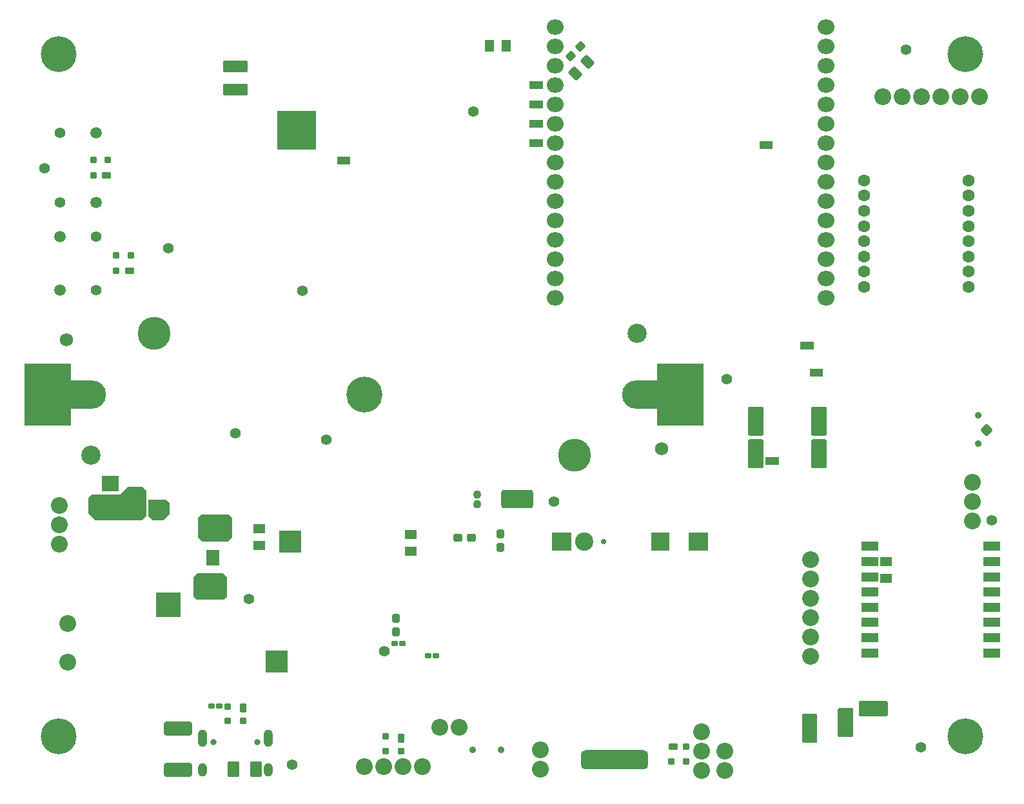
<source format=gbs>
G04*
G04 #@! TF.GenerationSoftware,Altium Limited,Altium Designer,20.0.9 (164)*
G04*
G04 Layer_Color=16711935*
%FSLAX25Y25*%
%MOIN*%
G70*
G01*
G75*
%ADD37R,0.29921X0.09941*%
%ADD38R,0.34934X0.04921*%
G04:AMPARAMS|DCode=63|XSize=47.37mil|YSize=35.56mil|CornerRadius=6.76mil|HoleSize=0mil|Usage=FLASHONLY|Rotation=270.000|XOffset=0mil|YOffset=0mil|HoleType=Round|Shape=RoundedRectangle|*
%AMROUNDEDRECTD63*
21,1,0.04737,0.02205,0,0,270.0*
21,1,0.03386,0.03556,0,0,270.0*
1,1,0.01351,-0.01102,-0.01693*
1,1,0.01351,-0.01102,0.01693*
1,1,0.01351,0.01102,0.01693*
1,1,0.01351,0.01102,-0.01693*
%
%ADD63ROUNDEDRECTD63*%
G04:AMPARAMS|DCode=64|XSize=31.62mil|YSize=35.56mil|CornerRadius=6.36mil|HoleSize=0mil|Usage=FLASHONLY|Rotation=270.000|XOffset=0mil|YOffset=0mil|HoleType=Round|Shape=RoundedRectangle|*
%AMROUNDEDRECTD64*
21,1,0.03162,0.02284,0,0,270.0*
21,1,0.01890,0.03556,0,0,270.0*
1,1,0.01272,-0.01142,-0.00945*
1,1,0.01272,-0.01142,0.00945*
1,1,0.01272,0.01142,0.00945*
1,1,0.01272,0.01142,-0.00945*
%
%ADD64ROUNDEDRECTD64*%
G04:AMPARAMS|DCode=74|XSize=47.37mil|YSize=47.37mil|CornerRadius=7.94mil|HoleSize=0mil|Usage=FLASHONLY|Rotation=225.000|XOffset=0mil|YOffset=0mil|HoleType=Round|Shape=RoundedRectangle|*
%AMROUNDEDRECTD74*
21,1,0.04737,0.03150,0,0,225.0*
21,1,0.03150,0.04737,0,0,225.0*
1,1,0.01587,-0.02227,0.00000*
1,1,0.01587,0.00000,0.02227*
1,1,0.01587,0.02227,0.00000*
1,1,0.01587,0.00000,-0.02227*
%
%ADD74ROUNDEDRECTD74*%
G04:AMPARAMS|DCode=76|XSize=39.5mil|YSize=43.43mil|CornerRadius=7.15mil|HoleSize=0mil|Usage=FLASHONLY|Rotation=270.000|XOffset=0mil|YOffset=0mil|HoleType=Round|Shape=RoundedRectangle|*
%AMROUNDEDRECTD76*
21,1,0.03950,0.02913,0,0,270.0*
21,1,0.02520,0.04343,0,0,270.0*
1,1,0.01430,-0.01457,-0.01260*
1,1,0.01430,-0.01457,0.01260*
1,1,0.01430,0.01457,0.01260*
1,1,0.01430,0.01457,-0.01260*
%
%ADD76ROUNDEDRECTD76*%
%ADD93R,0.01981X0.01981*%
%ADD95R,0.01981X0.01981*%
G04:AMPARAMS|DCode=112|XSize=60.76mil|YSize=126.9mil|CornerRadius=9.28mil|HoleSize=0mil|Usage=FLASHONLY|Rotation=270.000|XOffset=0mil|YOffset=0mil|HoleType=Round|Shape=RoundedRectangle|*
%AMROUNDEDRECTD112*
21,1,0.06076,0.10835,0,0,270.0*
21,1,0.04221,0.12690,0,0,270.0*
1,1,0.01855,-0.05417,-0.02110*
1,1,0.01855,-0.05417,0.02110*
1,1,0.01855,0.05417,0.02110*
1,1,0.01855,0.05417,-0.02110*
%
%ADD112ROUNDEDRECTD112*%
G04:AMPARAMS|DCode=113|XSize=63.12mil|YSize=47.37mil|CornerRadius=7.94mil|HoleSize=0mil|Usage=FLASHONLY|Rotation=270.000|XOffset=0mil|YOffset=0mil|HoleType=Round|Shape=RoundedRectangle|*
%AMROUNDEDRECTD113*
21,1,0.06312,0.03150,0,0,270.0*
21,1,0.04724,0.04737,0,0,270.0*
1,1,0.01587,-0.01575,-0.02362*
1,1,0.01587,-0.01575,0.02362*
1,1,0.01587,0.01575,0.02362*
1,1,0.01587,0.01575,-0.02362*
%
%ADD113ROUNDEDRECTD113*%
G04:AMPARAMS|DCode=114|XSize=63.12mil|YSize=47.37mil|CornerRadius=7.94mil|HoleSize=0mil|Usage=FLASHONLY|Rotation=180.000|XOffset=0mil|YOffset=0mil|HoleType=Round|Shape=RoundedRectangle|*
%AMROUNDEDRECTD114*
21,1,0.06312,0.03150,0,0,180.0*
21,1,0.04724,0.04737,0,0,180.0*
1,1,0.01587,-0.02362,0.01575*
1,1,0.01587,0.02362,0.01575*
1,1,0.01587,0.02362,-0.01575*
1,1,0.01587,-0.02362,-0.01575*
%
%ADD114ROUNDEDRECTD114*%
G04:AMPARAMS|DCode=115|XSize=39.5mil|YSize=43.43mil|CornerRadius=7.15mil|HoleSize=0mil|Usage=FLASHONLY|Rotation=0.000|XOffset=0mil|YOffset=0mil|HoleType=Round|Shape=RoundedRectangle|*
%AMROUNDEDRECTD115*
21,1,0.03950,0.02913,0,0,0.0*
21,1,0.02520,0.04343,0,0,0.0*
1,1,0.01430,0.01260,-0.01457*
1,1,0.01430,-0.01260,-0.01457*
1,1,0.01430,-0.01260,0.01457*
1,1,0.01430,0.01260,0.01457*
%
%ADD115ROUNDEDRECTD115*%
G04:AMPARAMS|DCode=116|XSize=27.69mil|YSize=31.62mil|CornerRadius=5.97mil|HoleSize=0mil|Usage=FLASHONLY|Rotation=90.000|XOffset=0mil|YOffset=0mil|HoleType=Round|Shape=RoundedRectangle|*
%AMROUNDEDRECTD116*
21,1,0.02769,0.01968,0,0,90.0*
21,1,0.01575,0.03162,0,0,90.0*
1,1,0.01194,0.00984,0.00787*
1,1,0.01194,0.00984,-0.00787*
1,1,0.01194,-0.00984,-0.00787*
1,1,0.01194,-0.00984,0.00787*
%
%ADD116ROUNDEDRECTD116*%
%ADD128R,0.02375X0.03950*%
%ADD138C,0.08674*%
%ADD139O,0.04737X0.09068*%
%ADD140O,0.04737X0.07099*%
%ADD141C,0.03150*%
%ADD142C,0.06800*%
%ADD143C,0.14580*%
%ADD144C,0.17024*%
%ADD145C,0.09937*%
%ADD146C,0.18598*%
%ADD147C,0.05906*%
%ADD148C,0.05512*%
%ADD149C,0.05524*%
%ADD150C,0.04934*%
%ADD151C,0.04343*%
%ADD152C,0.03556*%
%ADD153O,0.08674X0.07887*%
%ADD154C,0.18517*%
%ADD155R,0.09461X0.09461*%
%ADD156C,0.09461*%
%ADD157C,0.02769*%
%ADD158R,0.08674X0.04737*%
%ADD159C,0.06312*%
%ADD304R,0.09843X0.10236*%
%ADD305R,0.19980X0.19980*%
%ADD306R,0.11811X0.11811*%
%ADD307R,0.06791X0.07972*%
%ADD308R,0.09153X0.08071*%
%ADD309R,0.13386X0.11417*%
%ADD310R,0.12598X0.12598*%
G04:AMPARAMS|DCode=311|XSize=31.62mil|YSize=35.56mil|CornerRadius=6.36mil|HoleSize=0mil|Usage=FLASHONLY|Rotation=180.000|XOffset=0mil|YOffset=0mil|HoleType=Round|Shape=RoundedRectangle|*
%AMROUNDEDRECTD311*
21,1,0.03162,0.02284,0,0,180.0*
21,1,0.01890,0.03556,0,0,180.0*
1,1,0.01272,-0.00945,0.01142*
1,1,0.01272,0.00945,0.01142*
1,1,0.01272,0.00945,-0.01142*
1,1,0.01272,-0.00945,-0.01142*
%
%ADD311ROUNDEDRECTD311*%
G04:AMPARAMS|DCode=312|XSize=47.37mil|YSize=35.56mil|CornerRadius=6.76mil|HoleSize=0mil|Usage=FLASHONLY|Rotation=180.000|XOffset=0mil|YOffset=0mil|HoleType=Round|Shape=RoundedRectangle|*
%AMROUNDEDRECTD312*
21,1,0.04737,0.02205,0,0,180.0*
21,1,0.03386,0.03556,0,0,180.0*
1,1,0.01351,-0.01693,0.01102*
1,1,0.01351,0.01693,0.01102*
1,1,0.01351,0.01693,-0.01102*
1,1,0.01351,-0.01693,-0.01102*
%
%ADD312ROUNDEDRECTD312*%
G04:AMPARAMS|DCode=313|XSize=145.8mil|YSize=322.96mil|CornerRadius=72.9mil|HoleSize=0mil|Usage=FLASHONLY|Rotation=270.000|XOffset=0mil|YOffset=0mil|HoleType=Round|Shape=RoundedRectangle|*
%AMROUNDEDRECTD313*
21,1,0.14580,0.17717,0,0,270.0*
21,1,0.00000,0.32296,0,0,270.0*
1,1,0.14580,-0.08858,0.00000*
1,1,0.14580,-0.08858,0.00000*
1,1,0.14580,0.08858,0.00000*
1,1,0.14580,0.08858,0.00000*
%
%ADD313ROUNDEDRECTD313*%
%ADD314R,0.24422X0.32296*%
G04:AMPARAMS|DCode=315|XSize=63.12mil|YSize=47.37mil|CornerRadius=7.94mil|HoleSize=0mil|Usage=FLASHONLY|Rotation=135.000|XOffset=0mil|YOffset=0mil|HoleType=Round|Shape=RoundedRectangle|*
%AMROUNDEDRECTD315*
21,1,0.06312,0.03150,0,0,135.0*
21,1,0.04724,0.04737,0,0,135.0*
1,1,0.01587,-0.00557,0.02784*
1,1,0.01587,0.02784,-0.00557*
1,1,0.01587,0.00557,-0.02784*
1,1,0.01587,-0.02784,0.00557*
%
%ADD315ROUNDEDRECTD315*%
G04:AMPARAMS|DCode=316|XSize=39.5mil|YSize=43.43mil|CornerRadius=7.15mil|HoleSize=0mil|Usage=FLASHONLY|Rotation=135.000|XOffset=0mil|YOffset=0mil|HoleType=Round|Shape=RoundedRectangle|*
%AMROUNDEDRECTD316*
21,1,0.03950,0.02913,0,0,135.0*
21,1,0.02520,0.04343,0,0,135.0*
1,1,0.01430,0.00139,0.01921*
1,1,0.01430,0.01921,0.00139*
1,1,0.01430,-0.00139,-0.01921*
1,1,0.01430,-0.01921,-0.00139*
%
%ADD316ROUNDEDRECTD316*%
G04:AMPARAMS|DCode=317|XSize=165.48mil|YSize=94.61mil|CornerRadius=12.66mil|HoleSize=0mil|Usage=FLASHONLY|Rotation=180.000|XOffset=0mil|YOffset=0mil|HoleType=Round|Shape=RoundedRectangle|*
%AMROUNDEDRECTD317*
21,1,0.16548,0.06929,0,0,180.0*
21,1,0.14016,0.09461,0,0,180.0*
1,1,0.02532,-0.07008,0.03465*
1,1,0.02532,0.07008,0.03465*
1,1,0.02532,0.07008,-0.03465*
1,1,0.02532,-0.07008,-0.03465*
%
%ADD317ROUNDEDRECTD317*%
G04:AMPARAMS|DCode=318|XSize=78.87mil|YSize=63.12mil|CornerRadius=9.51mil|HoleSize=0mil|Usage=FLASHONLY|Rotation=90.000|XOffset=0mil|YOffset=0mil|HoleType=Round|Shape=RoundedRectangle|*
%AMROUNDEDRECTD318*
21,1,0.07887,0.04409,0,0,90.0*
21,1,0.05984,0.06312,0,0,90.0*
1,1,0.01902,0.02205,0.02992*
1,1,0.01902,0.02205,-0.02992*
1,1,0.01902,-0.02205,-0.02992*
1,1,0.01902,-0.02205,0.02992*
%
%ADD318ROUNDEDRECTD318*%
G04:AMPARAMS|DCode=319|XSize=145.8mil|YSize=70.99mil|CornerRadius=10.3mil|HoleSize=0mil|Usage=FLASHONLY|Rotation=0.000|XOffset=0mil|YOffset=0mil|HoleType=Round|Shape=RoundedRectangle|*
%AMROUNDEDRECTD319*
21,1,0.14580,0.05039,0,0,0.0*
21,1,0.12520,0.07099,0,0,0.0*
1,1,0.02060,0.06260,-0.02520*
1,1,0.02060,-0.06260,-0.02520*
1,1,0.02060,-0.06260,0.02520*
1,1,0.02060,0.06260,0.02520*
%
%ADD319ROUNDEDRECTD319*%
%ADD320R,0.10249X0.09461*%
G36*
X272244Y358476D02*
X268307D01*
Y362413D01*
X272244D01*
Y358476D01*
D02*
G37*
G36*
Y348476D02*
X268307D01*
Y352413D01*
X272244D01*
Y348476D01*
D02*
G37*
G36*
Y338476D02*
X268307D01*
Y342413D01*
X272244D01*
Y338476D01*
D02*
G37*
G36*
Y328445D02*
X268307D01*
Y332382D01*
X272244D01*
Y328445D01*
D02*
G37*
G36*
X391142Y327362D02*
X387205D01*
Y331299D01*
X391142D01*
Y327362D01*
D02*
G37*
G36*
X172835Y319409D02*
X168898D01*
Y323346D01*
X172835D01*
Y319409D01*
D02*
G37*
G36*
X412205Y223622D02*
X408268D01*
Y227559D01*
X412205D01*
Y223622D01*
D02*
G37*
G36*
X417126Y209842D02*
X413189D01*
Y213779D01*
X417126D01*
Y209842D01*
D02*
G37*
G36*
X387085Y194092D02*
X387162Y194080D01*
X387237Y194062D01*
X387310Y194035D01*
X387380Y194002D01*
X387446Y193963D01*
X387508Y193916D01*
X387565Y193865D01*
X387617Y193807D01*
X387663Y193745D01*
X387703Y193679D01*
X387736Y193609D01*
X387762Y193536D01*
X387781Y193461D01*
X387792Y193384D01*
X387796Y193307D01*
Y191732D01*
X387795Y191713D01*
Y190170D01*
X387796Y190157D01*
Y190157D01*
Y190157D01*
X387796Y186614D01*
X387795Y186606D01*
Y185059D01*
X387796Y185039D01*
Y179921D01*
X387792Y179844D01*
X387781Y179768D01*
X387762Y179692D01*
X387736Y179620D01*
X387703Y179550D01*
X387663Y179483D01*
X387617Y179421D01*
X387565Y179364D01*
X387508Y179312D01*
X387446Y179266D01*
X387380Y179226D01*
X387310Y179193D01*
X387237Y179167D01*
X387162Y179148D01*
X387085Y179137D01*
X387008Y179133D01*
X380709D01*
X380631Y179137D01*
X380555Y179148D01*
X380480Y179167D01*
X380407Y179193D01*
X380337Y179226D01*
X380271Y179266D01*
X380208Y179312D01*
X380151Y179364D01*
X380099Y179421D01*
X380053Y179483D01*
X380013Y179550D01*
X379980Y179620D01*
X379954Y179692D01*
X379936Y179768D01*
X379924Y179844D01*
X379920Y179921D01*
Y185039D01*
X379921Y185059D01*
Y186592D01*
X379920Y186614D01*
Y186614D01*
Y186614D01*
X379920Y190157D01*
D01*
D01*
Y190157D01*
X379921Y190181D01*
Y191713D01*
X379920Y191732D01*
Y193307D01*
X379924Y193384D01*
X379936Y193461D01*
X379954Y193536D01*
X379980Y193609D01*
X380013Y193679D01*
X380053Y193745D01*
X380099Y193807D01*
X380151Y193865D01*
X380208Y193916D01*
X380271Y193963D01*
X380337Y194002D01*
X380407Y194035D01*
X380480Y194062D01*
X380555Y194080D01*
X380631Y194092D01*
X380709Y194095D01*
X387008D01*
X387085Y194092D01*
D02*
G37*
G36*
X419762Y194092D02*
X419839Y194080D01*
X419914Y194062D01*
X419987Y194035D01*
X420057Y194002D01*
X420123Y193963D01*
X420185Y193916D01*
X420243Y193865D01*
X420294Y193807D01*
X420340Y193745D01*
X420380Y193679D01*
X420413Y193609D01*
X420439Y193536D01*
X420458Y193461D01*
X420470Y193384D01*
X420473Y193307D01*
Y191732D01*
X420472Y191713D01*
Y190170D01*
X420473Y190157D01*
Y190157D01*
Y190157D01*
X420473Y186614D01*
X420472Y186606D01*
Y185059D01*
X420473Y185039D01*
Y179921D01*
X420470Y179844D01*
X420458Y179768D01*
X420439Y179692D01*
X420413Y179620D01*
X420380Y179550D01*
X420340Y179483D01*
X420294Y179421D01*
X420243Y179364D01*
X420185Y179312D01*
X420123Y179266D01*
X420057Y179226D01*
X419987Y179193D01*
X419914Y179167D01*
X419839Y179148D01*
X419762Y179137D01*
X419685Y179133D01*
X413386D01*
X413309Y179137D01*
X413232Y179148D01*
X413157Y179167D01*
X413084Y179193D01*
X413014Y179226D01*
X412948Y179266D01*
X412886Y179312D01*
X412828Y179364D01*
X412776Y179421D01*
X412730Y179483D01*
X412691Y179550D01*
X412657Y179620D01*
X412631Y179692D01*
X412613Y179768D01*
X412601Y179844D01*
X412598Y179921D01*
Y185039D01*
X412598Y185059D01*
Y186592D01*
X412597Y186614D01*
Y186614D01*
Y186614D01*
X412597Y190157D01*
D01*
D01*
Y190157D01*
X412598Y190181D01*
Y191713D01*
X412598Y191732D01*
Y193307D01*
X412601Y193384D01*
X412613Y193461D01*
X412631Y193536D01*
X412657Y193609D01*
X412691Y193679D01*
X412730Y193745D01*
X412776Y193807D01*
X412828Y193865D01*
X412886Y193916D01*
X412948Y193963D01*
X413014Y194002D01*
X413084Y194035D01*
X413157Y194062D01*
X413232Y194080D01*
X413309Y194092D01*
X413386Y194095D01*
X419685D01*
X419762Y194092D01*
D02*
G37*
G36*
X394291Y163976D02*
X390354D01*
Y167913D01*
X394291D01*
Y163976D01*
D02*
G37*
G36*
X387085Y177261D02*
X387162Y177250D01*
X387237Y177231D01*
X387310Y177205D01*
X387380Y177172D01*
X387446Y177132D01*
X387508Y177086D01*
X387565Y177034D01*
X387617Y176977D01*
X387663Y176914D01*
X387703Y176848D01*
X387736Y176778D01*
X387762Y176705D01*
X387781Y176630D01*
X387792Y176554D01*
X387796Y176476D01*
Y174902D01*
X387795Y174882D01*
Y173339D01*
X387796Y173327D01*
Y173326D01*
Y173326D01*
X387796Y169783D01*
X387795Y169775D01*
Y168228D01*
X387796Y168209D01*
Y163091D01*
X387792Y163013D01*
X387781Y162937D01*
X387762Y162862D01*
X387736Y162789D01*
X387703Y162719D01*
X387663Y162653D01*
X387617Y162590D01*
X387565Y162533D01*
X387508Y162481D01*
X387446Y162435D01*
X387380Y162395D01*
X387310Y162362D01*
X387237Y162336D01*
X387162Y162317D01*
X387085Y162306D01*
X387008Y162302D01*
X380709D01*
X380631Y162306D01*
X380555Y162317D01*
X380480Y162336D01*
X380407Y162362D01*
X380337Y162395D01*
X380271Y162435D01*
X380208Y162481D01*
X380151Y162533D01*
X380099Y162590D01*
X380053Y162653D01*
X380013Y162719D01*
X379980Y162789D01*
X379954Y162862D01*
X379936Y162937D01*
X379924Y163013D01*
X379920Y163091D01*
Y168209D01*
X379921Y168228D01*
Y169762D01*
X379920Y169783D01*
Y169783D01*
Y169783D01*
X379920Y173326D01*
D01*
D01*
Y173326D01*
X379921Y173350D01*
Y174882D01*
X379920Y174902D01*
Y176476D01*
X379924Y176554D01*
X379936Y176630D01*
X379954Y176705D01*
X379980Y176778D01*
X380013Y176848D01*
X380053Y176914D01*
X380099Y176977D01*
X380151Y177034D01*
X380208Y177086D01*
X380271Y177132D01*
X380337Y177172D01*
X380407Y177205D01*
X380480Y177231D01*
X380555Y177250D01*
X380631Y177261D01*
X380709Y177265D01*
X387008D01*
X387085Y177261D01*
D02*
G37*
G36*
X419762Y177261D02*
X419839Y177250D01*
X419914Y177231D01*
X419987Y177205D01*
X420057Y177172D01*
X420123Y177132D01*
X420185Y177086D01*
X420243Y177034D01*
X420294Y176977D01*
X420340Y176914D01*
X420380Y176848D01*
X420413Y176778D01*
X420439Y176705D01*
X420458Y176630D01*
X420470Y176554D01*
X420473Y176476D01*
Y174902D01*
X420472Y174882D01*
Y173339D01*
X420473Y173327D01*
Y173326D01*
Y173326D01*
X420473Y169783D01*
X420472Y169775D01*
Y168228D01*
X420473Y168209D01*
Y163091D01*
X420470Y163013D01*
X420458Y162937D01*
X420439Y162862D01*
X420413Y162789D01*
X420380Y162719D01*
X420340Y162653D01*
X420294Y162590D01*
X420243Y162533D01*
X420185Y162481D01*
X420123Y162435D01*
X420057Y162395D01*
X419987Y162362D01*
X419914Y162336D01*
X419839Y162317D01*
X419762Y162306D01*
X419685Y162302D01*
X413386D01*
X413309Y162306D01*
X413232Y162317D01*
X413157Y162336D01*
X413084Y162362D01*
X413014Y162395D01*
X412948Y162435D01*
X412886Y162481D01*
X412828Y162533D01*
X412776Y162590D01*
X412730Y162653D01*
X412691Y162719D01*
X412657Y162789D01*
X412631Y162862D01*
X412613Y162937D01*
X412601Y163013D01*
X412598Y163091D01*
Y168209D01*
X412598Y168228D01*
Y169762D01*
X412597Y169783D01*
Y169783D01*
Y169783D01*
X412597Y173326D01*
D01*
D01*
Y173326D01*
X412598Y173350D01*
Y174882D01*
X412598Y174902D01*
Y176476D01*
X412601Y176554D01*
X412613Y176630D01*
X412631Y176705D01*
X412657Y176778D01*
X412691Y176848D01*
X412730Y176914D01*
X412776Y176977D01*
X412828Y177034D01*
X412886Y177086D01*
X412948Y177132D01*
X413014Y177172D01*
X413084Y177205D01*
X413157Y177231D01*
X413232Y177250D01*
X413309Y177261D01*
X413386Y177265D01*
X419685D01*
X419762Y177261D01*
D02*
G37*
G36*
X80709Y144488D02*
Y138386D01*
X77559Y135236D01*
X72146D01*
X69980Y137402D01*
Y146063D01*
X79134D01*
X80709Y144488D01*
D02*
G37*
G36*
X68701Y150591D02*
Y137500D01*
X66437Y135236D01*
X42421D01*
X38878Y138779D01*
Y147047D01*
X40650Y148819D01*
X55413D01*
X59350Y152756D01*
X66535D01*
X68701Y150591D01*
D02*
G37*
G36*
X113083Y136524D02*
Y126485D01*
X111016Y124418D01*
X106102Y124418D01*
X102650D01*
X97736Y124418D01*
X95669Y126485D01*
Y136524D01*
X97342Y138197D01*
X111410D01*
X113083Y136524D01*
D02*
G37*
G36*
X148721Y118602D02*
X137402D01*
Y130020D01*
X148721D01*
Y118602D01*
D02*
G37*
G36*
X108457Y107972D02*
X110524Y105905D01*
Y95866D01*
X108851Y94193D01*
X94784D01*
X93110Y95866D01*
Y105905D01*
X95177Y107972D01*
X100091Y107972D01*
X103543D01*
X108457Y107972D01*
D02*
G37*
G36*
X451357Y41926D02*
X451433Y41915D01*
X451508Y41896D01*
X451581Y41870D01*
X451651Y41837D01*
X451718Y41797D01*
X451780Y41751D01*
X451837Y41699D01*
X451889Y41642D01*
X451935Y41580D01*
X451975Y41513D01*
X452008Y41443D01*
X452034Y41371D01*
X452053Y41295D01*
X452064Y41219D01*
X452068Y41142D01*
Y34843D01*
X452064Y34765D01*
X452053Y34689D01*
X452034Y34614D01*
X452008Y34541D01*
X451975Y34471D01*
X451935Y34405D01*
X451889Y34342D01*
X451837Y34285D01*
X451780Y34233D01*
X451718Y34187D01*
X451651Y34147D01*
X451581Y34114D01*
X451508Y34088D01*
X451433Y34069D01*
X451357Y34058D01*
X451279Y34054D01*
X446161D01*
X446142Y34055D01*
X444608D01*
X444587Y34054D01*
X444587D01*
X444587D01*
X441044Y34054D01*
D01*
D01*
X441044D01*
X441020Y34055D01*
X439488D01*
X439468Y34054D01*
X437894D01*
X437816Y34058D01*
X437740Y34069D01*
X437665Y34088D01*
X437592Y34114D01*
X437522Y34147D01*
X437456Y34187D01*
X437394Y34233D01*
X437336Y34285D01*
X437284Y34342D01*
X437238Y34405D01*
X437198Y34471D01*
X437165Y34541D01*
X437139Y34614D01*
X437120Y34689D01*
X437109Y34765D01*
X437105Y34843D01*
Y41142D01*
X437109Y41219D01*
X437120Y41295D01*
X437139Y41371D01*
X437165Y41443D01*
X437198Y41513D01*
X437238Y41580D01*
X437284Y41642D01*
X437336Y41699D01*
X437394Y41751D01*
X437456Y41797D01*
X437522Y41837D01*
X437592Y41870D01*
X437665Y41896D01*
X437740Y41915D01*
X437816Y41926D01*
X437894Y41930D01*
X439468D01*
X439488Y41929D01*
X441031D01*
X441044Y41930D01*
X441044D01*
X441044D01*
X444587Y41930D01*
X444595Y41929D01*
X446142D01*
X446161Y41930D01*
X451279D01*
X451357Y41926D01*
D02*
G37*
G36*
X433443Y38285D02*
X433520Y38273D01*
X433595Y38254D01*
X433668Y38228D01*
X433738Y38195D01*
X433804Y38155D01*
X433866Y38109D01*
X433923Y38057D01*
X433976Y38000D01*
X434022Y37938D01*
X434061Y37872D01*
X434094Y37802D01*
X434121Y37729D01*
X434139Y37654D01*
X434151Y37577D01*
X434154Y37500D01*
Y35925D01*
X434154Y35906D01*
Y34363D01*
X434154Y34350D01*
Y34350D01*
Y34350D01*
X434154Y30806D01*
X434154Y30799D01*
Y29252D01*
X434154Y29232D01*
Y24114D01*
X434151Y24037D01*
X434139Y23960D01*
X434121Y23885D01*
X434094Y23812D01*
X434061Y23742D01*
X434022Y23676D01*
X433976Y23614D01*
X433923Y23557D01*
X433866Y23505D01*
X433804Y23459D01*
X433738Y23419D01*
X433668Y23386D01*
X433595Y23360D01*
X433520Y23341D01*
X433443Y23330D01*
X433366Y23326D01*
X427067D01*
X426990Y23330D01*
X426913Y23341D01*
X426838Y23360D01*
X426765Y23386D01*
X426695Y23419D01*
X426629Y23459D01*
X426567Y23505D01*
X426509Y23557D01*
X426458Y23614D01*
X426411Y23676D01*
X426372Y23742D01*
X426338Y23812D01*
X426312Y23885D01*
X426294Y23960D01*
X426282Y24037D01*
X426278Y24114D01*
Y29232D01*
X426279Y29252D01*
Y30785D01*
X426278Y30807D01*
Y30807D01*
Y30807D01*
X426278Y34350D01*
D01*
D01*
Y34350D01*
X426279Y34374D01*
Y35906D01*
X426278Y35925D01*
Y37500D01*
X426282Y37577D01*
X426294Y37654D01*
X426312Y37729D01*
X426338Y37802D01*
X426372Y37872D01*
X426411Y37938D01*
X426458Y38000D01*
X426509Y38057D01*
X426567Y38109D01*
X426629Y38155D01*
X426695Y38195D01*
X426765Y38228D01*
X426838Y38254D01*
X426913Y38273D01*
X426990Y38285D01*
X427067Y38288D01*
X433366D01*
X433443Y38285D01*
D02*
G37*
G36*
X414939Y35332D02*
X415016Y35320D01*
X415091Y35302D01*
X415164Y35276D01*
X415234Y35243D01*
X415300Y35203D01*
X415362Y35157D01*
X415420Y35105D01*
X415472Y35047D01*
X415518Y34985D01*
X415557Y34919D01*
X415590Y34849D01*
X415617Y34776D01*
X415635Y34701D01*
X415647Y34624D01*
X415651Y34547D01*
Y32972D01*
X415650Y32953D01*
Y31410D01*
X415650Y31397D01*
Y31397D01*
Y31397D01*
X415650Y27854D01*
X415650Y27846D01*
Y26299D01*
X415651Y26280D01*
Y21161D01*
X415647Y21084D01*
X415635Y21008D01*
X415617Y20933D01*
X415590Y20860D01*
X415557Y20790D01*
X415518Y20723D01*
X415472Y20661D01*
X415420Y20604D01*
X415362Y20552D01*
X415300Y20506D01*
X415234Y20466D01*
X415164Y20433D01*
X415091Y20407D01*
X415016Y20388D01*
X414939Y20377D01*
X414862Y20373D01*
X408563D01*
X408486Y20377D01*
X408409Y20388D01*
X408334Y20407D01*
X408261Y20433D01*
X408191Y20466D01*
X408125Y20506D01*
X408063Y20552D01*
X408006Y20604D01*
X407954Y20661D01*
X407907Y20723D01*
X407868Y20790D01*
X407835Y20860D01*
X407809Y20933D01*
X407790Y21008D01*
X407778Y21084D01*
X407775Y21161D01*
Y26280D01*
X407776Y26299D01*
Y27832D01*
X407774Y27854D01*
Y27854D01*
Y27854D01*
X407774Y31397D01*
D01*
D01*
Y31397D01*
X407776Y31421D01*
Y32953D01*
X407775Y32972D01*
Y34547D01*
X407778Y34624D01*
X407790Y34701D01*
X407809Y34776D01*
X407835Y34849D01*
X407868Y34919D01*
X407907Y34985D01*
X407954Y35047D01*
X408006Y35105D01*
X408063Y35157D01*
X408125Y35203D01*
X408191Y35243D01*
X408261Y35276D01*
X408334Y35302D01*
X408409Y35320D01*
X408486Y35332D01*
X408563Y35336D01*
X414862D01*
X414939Y35332D01*
D02*
G37*
D37*
X310748Y11613D02*
D03*
D38*
X310750Y11610D02*
D03*
D63*
X200492Y22736D02*
D03*
X118898Y38386D02*
D03*
D64*
X192618Y23524D02*
D03*
Y16043D02*
D03*
X200492D02*
D03*
X118898Y31693D02*
D03*
X111024D02*
D03*
Y39173D02*
D03*
D74*
X503150Y181890D02*
D03*
D76*
X237008Y126378D02*
D03*
X229921D02*
D03*
D93*
X411713Y27067D02*
D03*
Y22047D02*
D03*
Y32874D02*
D03*
X416535Y191634D02*
D03*
Y180807D02*
D03*
Y185827D02*
D03*
Y174803D02*
D03*
Y163976D02*
D03*
Y168996D02*
D03*
X383858Y191634D02*
D03*
Y180807D02*
D03*
Y185827D02*
D03*
Y174803D02*
D03*
Y163976D02*
D03*
Y168996D02*
D03*
X430217Y35827D02*
D03*
Y25000D02*
D03*
Y30020D02*
D03*
D95*
X445374Y37992D02*
D03*
X450394D02*
D03*
X439567D02*
D03*
D112*
X114961Y357913D02*
D03*
Y370039D02*
D03*
D113*
X254724Y380709D02*
D03*
X246063D02*
D03*
D114*
X205512Y119291D02*
D03*
Y127953D02*
D03*
X451181Y105512D02*
D03*
Y114173D02*
D03*
X127067Y122244D02*
D03*
Y130905D02*
D03*
D115*
X251969Y121260D02*
D03*
Y128347D02*
D03*
X197835Y84646D02*
D03*
Y77559D02*
D03*
D116*
X218504Y65354D02*
D03*
X214567D02*
D03*
X197244Y71653D02*
D03*
X201181D02*
D03*
X102657Y39370D02*
D03*
X106594D02*
D03*
D128*
X173327Y321378D02*
D03*
X168406D02*
D03*
X417618Y211811D02*
D03*
X412697D02*
D03*
X267815Y330413D02*
D03*
X272736D02*
D03*
X267815Y340445D02*
D03*
X272736D02*
D03*
X267815Y350445D02*
D03*
X272736D02*
D03*
X267815Y360445D02*
D03*
X272736D02*
D03*
X391634Y329331D02*
D03*
X386713D02*
D03*
X412697Y225590D02*
D03*
X407776D02*
D03*
X394783Y165945D02*
D03*
X389862D02*
D03*
D138*
X230591Y28346D02*
D03*
X220590D02*
D03*
X495768Y135079D02*
D03*
Y145079D02*
D03*
Y155079D02*
D03*
X24016Y123071D02*
D03*
Y133071D02*
D03*
Y143071D02*
D03*
X28346Y81890D02*
D03*
Y61890D02*
D03*
X272441Y6811D02*
D03*
Y16811D02*
D03*
X367717Y6024D02*
D03*
Y16024D02*
D03*
X412205Y95118D02*
D03*
Y105118D02*
D03*
Y115118D02*
D03*
Y65118D02*
D03*
Y75118D02*
D03*
Y85118D02*
D03*
X479410Y354331D02*
D03*
X489409D02*
D03*
X499409D02*
D03*
X449409D02*
D03*
X459410D02*
D03*
X469410D02*
D03*
X201457Y7972D02*
D03*
X191457D02*
D03*
X181457D02*
D03*
X211457D02*
D03*
X356004Y26083D02*
D03*
Y16083D02*
D03*
Y6083D02*
D03*
D139*
X97953Y22766D02*
D03*
X131968D02*
D03*
D140*
X97953Y6309D02*
D03*
X131968D02*
D03*
D141*
X103583Y20679D02*
D03*
X126339D02*
D03*
D142*
X335335Y172343D02*
D03*
X27461Y228642D02*
D03*
D143*
X322146Y200492D02*
D03*
X40650D02*
D03*
D144*
X72736Y231988D02*
D03*
X290059Y168996D02*
D03*
D145*
X40256D02*
D03*
X322539Y231988D02*
D03*
D146*
X181398Y200492D02*
D03*
D147*
X24213Y282087D02*
D03*
X24213Y254331D02*
D03*
X42717Y335630D02*
D03*
Y299606D02*
D03*
D148*
Y282087D02*
D03*
X42717Y254331D02*
D03*
X24213Y335630D02*
D03*
Y299606D02*
D03*
D149*
X121850Y94784D02*
D03*
X461417Y378740D02*
D03*
X469291Y18110D02*
D03*
X149606Y253937D02*
D03*
X144095Y9055D02*
D03*
X279528Y144882D02*
D03*
X237795Y346850D02*
D03*
X505905Y135433D02*
D03*
X114961Y180315D02*
D03*
X80315Y275984D02*
D03*
X191732Y67716D02*
D03*
X16142Y317520D02*
D03*
X368898Y208268D02*
D03*
X161811Y177165D02*
D03*
D150*
X315748Y14110D02*
D03*
X310748D02*
D03*
X305748D02*
D03*
X300748D02*
D03*
X295748D02*
D03*
X315748Y9110D02*
D03*
X305748D02*
D03*
X300748D02*
D03*
X310748D02*
D03*
X295748D02*
D03*
X320748D02*
D03*
Y14110D02*
D03*
X325748Y9110D02*
D03*
Y14110D02*
D03*
D151*
X239764Y148819D02*
D03*
Y143701D02*
D03*
D152*
X498917Y189784D02*
D03*
Y174980D02*
D03*
X237382Y16831D02*
D03*
X252185D02*
D03*
D153*
X280098Y250445D02*
D03*
Y260445D02*
D03*
Y270445D02*
D03*
Y280445D02*
D03*
Y290445D02*
D03*
Y300445D02*
D03*
Y310445D02*
D03*
Y380445D02*
D03*
Y370445D02*
D03*
Y360445D02*
D03*
Y350445D02*
D03*
Y340445D02*
D03*
Y330445D02*
D03*
Y320445D02*
D03*
Y390445D02*
D03*
X420098Y250445D02*
D03*
Y320445D02*
D03*
Y310445D02*
D03*
Y300445D02*
D03*
Y290445D02*
D03*
Y280445D02*
D03*
Y270445D02*
D03*
Y260445D02*
D03*
Y330445D02*
D03*
Y340445D02*
D03*
Y350445D02*
D03*
Y360445D02*
D03*
Y370445D02*
D03*
Y380445D02*
D03*
Y390445D02*
D03*
D154*
X23622Y376378D02*
D03*
X492126Y376378D02*
D03*
X492126Y23622D02*
D03*
X23622Y23622D02*
D03*
D155*
X334646Y124409D02*
D03*
D156*
X295276D02*
D03*
D157*
X305118D02*
D03*
D158*
X505748Y66791D02*
D03*
Y74665D02*
D03*
Y82539D02*
D03*
Y90413D02*
D03*
Y98287D02*
D03*
Y106161D02*
D03*
Y114035D02*
D03*
Y121909D02*
D03*
X442756Y66791D02*
D03*
Y74665D02*
D03*
Y82539D02*
D03*
Y90413D02*
D03*
Y98287D02*
D03*
Y106161D02*
D03*
Y114035D02*
D03*
Y121909D02*
D03*
D159*
X493898Y256004D02*
D03*
Y263878D02*
D03*
Y271752D02*
D03*
Y279626D02*
D03*
Y287500D02*
D03*
Y295374D02*
D03*
Y303248D02*
D03*
Y311122D02*
D03*
X439764Y256004D02*
D03*
Y263878D02*
D03*
Y271752D02*
D03*
Y279626D02*
D03*
Y287500D02*
D03*
Y295374D02*
D03*
Y303248D02*
D03*
Y311122D02*
D03*
D304*
X104331Y129527D02*
D03*
X63583Y144095D02*
D03*
D305*
X146604Y336860D02*
D03*
D306*
X136221Y62205D02*
D03*
D307*
X103100Y116093D02*
D03*
D308*
X50148Y154232D02*
D03*
D309*
X47638Y142717D02*
D03*
D310*
X80315Y91732D02*
D03*
D311*
X60827Y272244D02*
D03*
X53347D02*
D03*
Y264370D02*
D03*
X41535Y313779D02*
D03*
Y321654D02*
D03*
X49016D02*
D03*
X340354Y10630D02*
D03*
X347835D02*
D03*
Y18504D02*
D03*
D312*
X60039Y264370D02*
D03*
X48228Y313779D02*
D03*
X341142Y18504D02*
D03*
D313*
X331004Y200492D02*
D03*
X31791D02*
D03*
D314*
X18012D02*
D03*
X344783D02*
D03*
D315*
X290638Y366229D02*
D03*
X296763Y372354D02*
D03*
D316*
X293057Y380458D02*
D03*
X288046Y375447D02*
D03*
D317*
X260630Y146260D02*
D03*
D318*
X113779Y6693D02*
D03*
X125591D02*
D03*
D319*
X85039Y27559D02*
D03*
Y6299D02*
D03*
D320*
X354331Y124409D02*
D03*
X283465D02*
D03*
M02*

</source>
